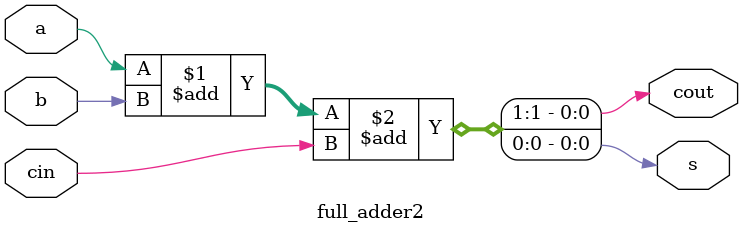
<source format=v>
`timescale 1ns / 1ns


module full_adder(
    output cout,
    output s,
    input a,
    input b,
    input cin
);

    reg cout, s;

    always@(a, b, cin)
    begin
        {cout, s} = a + b + cin;
    end
endmodule

module full_adder2(cout, s, a, b, cin);
    output cout;
    output s;
    input a;
    input b;
    input cin;
    assign {cout,s} = a + b + cin;
endmodule

</source>
